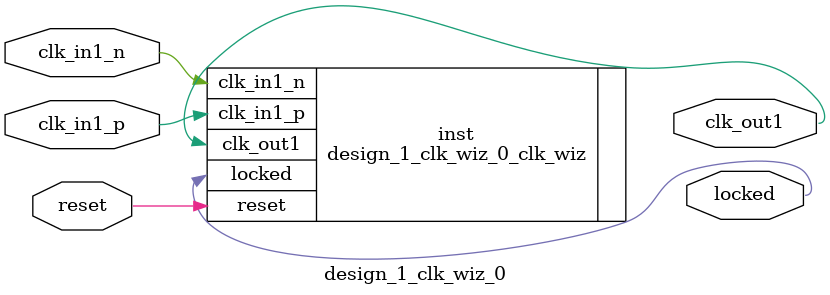
<source format=v>


`timescale 1ps/1ps

(* CORE_GENERATION_INFO = "design_1_clk_wiz_0,clk_wiz_v6_0_2_0_0,{component_name=design_1_clk_wiz_0,use_phase_alignment=false,use_min_o_jitter=false,use_max_i_jitter=false,use_dyn_phase_shift=false,use_inclk_switchover=false,use_dyn_reconfig=false,enable_axi=0,feedback_source=FDBK_AUTO,PRIMITIVE=MMCM,num_out_clk=1,clkin1_period=8.000,clkin2_period=10.000,use_power_down=false,use_reset=true,use_locked=true,use_inclk_stopped=false,feedback_type=SINGLE,CLOCK_MGR_TYPE=NA,manual_override=false}" *)

module design_1_clk_wiz_0 
 (
  // Clock out ports
  output        clk_out1,
  // Status and control signals
  input         reset,
  output        locked,
 // Clock in ports
  input         clk_in1_p,
  input         clk_in1_n
 );

  design_1_clk_wiz_0_clk_wiz inst
  (
  // Clock out ports  
  .clk_out1(clk_out1),
  // Status and control signals               
  .reset(reset), 
  .locked(locked),
 // Clock in ports
  .clk_in1_p(clk_in1_p),
  .clk_in1_n(clk_in1_n)
  );

endmodule

</source>
